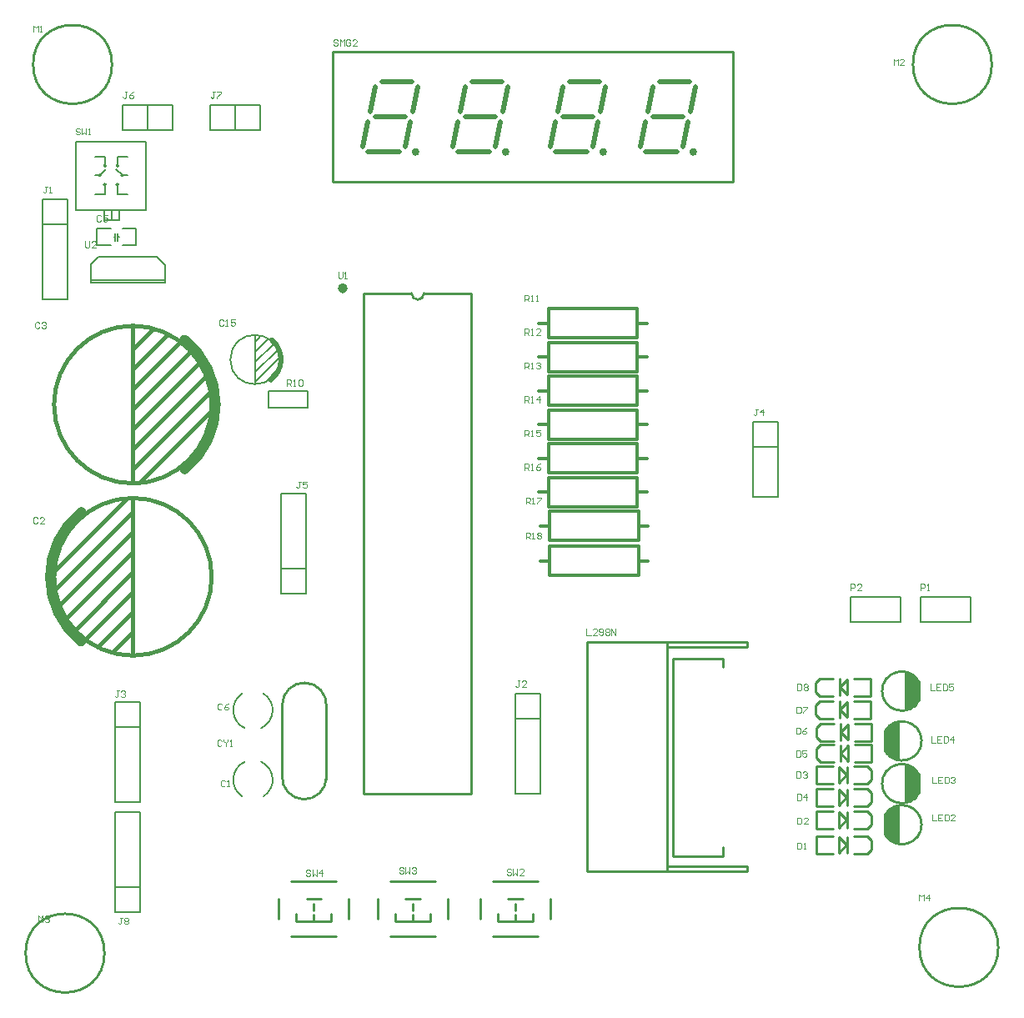
<source format=gto>
G04 Layer_Color=65535*
%FSLAX24Y24*%
%MOIN*%
G70*
G01*
G75*
%ADD14C,0.0100*%
%ADD39C,0.0079*%
%ADD40C,0.0197*%
%ADD41C,0.0150*%
%ADD42C,0.0394*%
%ADD43C,0.0200*%
%ADD44C,0.0059*%
%ADD45C,0.0120*%
%ADD46C,0.0080*%
%ADD47C,0.0060*%
%ADD48C,0.0040*%
D14*
X51195Y13500D02*
G03*
X51195Y13500I-1575J0D01*
G01*
X15510Y44000D02*
G03*
X15510Y44000I-30J0D01*
G01*
Y44750D02*
G03*
X15510Y44750I-30J0D01*
G01*
X15310Y44370D02*
G03*
X15310Y44370I-30J0D01*
G01*
X16210D02*
G03*
X16210Y44370I-30J0D01*
G01*
X16010Y44750D02*
G03*
X16010Y44750I-30J0D01*
G01*
Y44000D02*
G03*
X16010Y44000I-30J0D01*
G01*
X22570Y20361D02*
G03*
X24337Y20304I882J-57D01*
G01*
X24337Y23139D02*
G03*
X22570Y23196I-882J57D01*
G01*
X15465Y13270D02*
G03*
X15465Y13270I-1575J0D01*
G01*
X15765Y48800D02*
G03*
X15765Y48800I-1575J0D01*
G01*
X27740Y39650D02*
G03*
X28240Y39650I250J0D01*
G01*
X46677Y17996D02*
G03*
X46663Y18789I669J408D01*
G01*
X48003Y20454D02*
G03*
X48017Y19661I-669J-408D01*
G01*
X46677Y21346D02*
G03*
X46663Y22139I669J408D01*
G01*
X48003Y24154D02*
G03*
X48017Y23361I-669J-408D01*
G01*
X50935Y48800D02*
G03*
X50935Y48800I-1575J0D01*
G01*
X38200Y17150D02*
Y25050D01*
Y17150D02*
X39150D01*
X38200Y25050D02*
X39150D01*
X37950Y16750D02*
X41150D01*
Y16550D02*
Y16750D01*
X37950Y16550D02*
X41150D01*
X37950Y25500D02*
X41150D01*
Y25700D01*
X41050D02*
X41150D01*
X37950D02*
X41050D01*
X34750Y16550D02*
Y25700D01*
Y16550D02*
X37950D01*
Y17400D02*
Y25700D01*
X34750D02*
X37950D01*
Y17000D02*
Y17400D01*
Y16550D02*
Y17000D01*
X39150Y25050D02*
X40200D01*
Y24700D02*
Y25050D01*
X39150Y17150D02*
X40200D01*
Y17500D01*
X24600Y44100D02*
Y49300D01*
Y44100D02*
X40600D01*
Y49300D01*
X24600D02*
X40600D01*
X22570Y20283D02*
Y23196D01*
X24337Y20225D02*
Y23139D01*
X30490Y14650D02*
Y15450D01*
X33290Y14650D02*
Y15450D01*
X30990Y16150D02*
X32790D01*
X30990Y13950D02*
X32790D01*
X31190Y14550D02*
Y14840D01*
Y14550D02*
X32590D01*
Y14840D01*
X31600Y15450D02*
X32190D01*
X31890Y14990D02*
Y15250D01*
Y14550D02*
Y14810D01*
X26380Y14650D02*
Y15450D01*
X29180Y14650D02*
Y15450D01*
X26880Y16150D02*
X28680D01*
X26880Y13950D02*
X28680D01*
X27080Y14550D02*
Y14840D01*
Y14550D02*
X28480D01*
Y14840D01*
X27490Y15450D02*
X28080D01*
X27780Y14990D02*
Y15250D01*
Y14550D02*
Y14810D01*
X22431Y14650D02*
Y15450D01*
X25231Y14650D02*
Y15450D01*
X22931Y16150D02*
X24731D01*
X22931Y13950D02*
X24731D01*
X23131Y14550D02*
Y14840D01*
Y14550D02*
X24531D01*
Y14840D01*
X23541Y15450D02*
X24131D01*
X23831Y14990D02*
Y15250D01*
Y14550D02*
Y14810D01*
X25840Y19650D02*
Y39650D01*
Y19650D02*
X30140D01*
Y39650D01*
X28240D02*
X30140D01*
X25840D02*
X27740D01*
X43880Y23720D02*
Y24080D01*
Y23720D02*
X44050Y23550D01*
X44575D01*
X44050Y24250D02*
X44575D01*
X43880Y24080D02*
X44050Y24250D01*
X44844Y23583D02*
Y24231D01*
X46075Y23550D02*
Y24250D01*
X45425D02*
X46075D01*
X45425Y23550D02*
X46075D01*
X44844Y23915D02*
X45164Y23595D01*
Y24212D01*
X44860Y23908D02*
X45164Y24212D01*
X43880Y22820D02*
Y23180D01*
Y22820D02*
X44050Y22650D01*
X44575D01*
X44050Y23350D02*
X44575D01*
X43880Y23180D02*
X44050Y23350D01*
X44844Y22683D02*
Y23331D01*
X46075Y22650D02*
Y23350D01*
X45425D02*
X46075D01*
X45425Y22650D02*
X46075D01*
X44844Y23015D02*
X45164Y22695D01*
Y23312D01*
X44860Y23008D02*
X45164Y23312D01*
X43920Y21920D02*
Y22280D01*
Y21920D02*
X44090Y21750D01*
X44615D01*
X44090Y22450D02*
X44615D01*
X43920Y22280D02*
X44090Y22450D01*
X44884Y21783D02*
Y22431D01*
X46115Y21750D02*
Y22450D01*
X45465D02*
X46115D01*
X45465Y21750D02*
X46115D01*
X44884Y22115D02*
X45204Y21795D01*
Y22412D01*
X44900Y22108D02*
X45204Y22412D01*
X43920Y21070D02*
Y21430D01*
Y21070D02*
X44090Y20900D01*
X44615D01*
X44090Y21600D02*
X44615D01*
X43920Y21430D02*
X44090Y21600D01*
X44884Y20933D02*
Y21581D01*
X46115Y20900D02*
Y21600D01*
X45465D02*
X46115D01*
X45465Y20900D02*
X46115D01*
X44884Y21265D02*
X45204Y20945D01*
Y21562D01*
X44900Y21258D02*
X45204Y21562D01*
X46120Y20220D02*
Y20580D01*
X45950Y20750D02*
X46120Y20580D01*
X45425Y20750D02*
X45950D01*
X45425Y20050D02*
X45950D01*
X46120Y20220D01*
X45156Y20069D02*
Y20717D01*
X43925Y20050D02*
Y20750D01*
Y20050D02*
X44575D01*
X43925Y20750D02*
X44575D01*
X44836Y20705D02*
X45156Y20385D01*
X44836Y20088D02*
Y20705D01*
Y20088D02*
X45140Y20392D01*
X46120Y19320D02*
Y19680D01*
X45950Y19850D02*
X46120Y19680D01*
X45425Y19850D02*
X45950D01*
X45425Y19150D02*
X45950D01*
X46120Y19320D01*
X45156Y19169D02*
Y19817D01*
X43925Y19150D02*
Y19850D01*
Y19150D02*
X44575D01*
X43925Y19850D02*
X44575D01*
X44836Y19805D02*
X45156Y19485D01*
X44836Y19188D02*
Y19805D01*
Y19188D02*
X45140Y19492D01*
X46120Y17420D02*
Y17780D01*
X45950Y17950D02*
X46120Y17780D01*
X45425Y17950D02*
X45950D01*
X45425Y17250D02*
X45950D01*
X46120Y17420D01*
X45156Y17269D02*
Y17917D01*
X43925Y17250D02*
Y17950D01*
Y17250D02*
X44575D01*
X43925Y17950D02*
X44575D01*
X44836Y17905D02*
X45156Y17585D01*
X44836Y17288D02*
Y17905D01*
Y17288D02*
X45140Y17592D01*
X46120Y18420D02*
Y18780D01*
X45950Y18950D02*
X46120Y18780D01*
X45425Y18950D02*
X45950D01*
X45425Y18250D02*
X45950D01*
X46120Y18420D01*
X45156Y18269D02*
Y18917D01*
X43925Y18250D02*
Y18950D01*
Y18250D02*
X44575D01*
X43925Y18950D02*
X44575D01*
X44836Y18905D02*
X45156Y18585D01*
X44836Y18288D02*
Y18905D01*
Y18288D02*
X45140Y18592D01*
X46990Y17750D02*
Y19100D01*
X47090Y17700D02*
Y19100D01*
X47190Y17650D02*
Y19150D01*
X46670Y18000D02*
Y18780D01*
X46990Y17750D02*
Y19100D01*
X46940Y17800D02*
X46990Y17750D01*
X46940Y17800D02*
Y19050D01*
X46840Y17850D02*
Y19000D01*
X46740Y17900D02*
Y18900D01*
X46840Y19000D01*
X46890Y17800D02*
X46940D01*
X46840Y17850D02*
X46890Y17800D01*
X47690Y19350D02*
Y20700D01*
X47590Y19350D02*
Y20750D01*
X47490Y19300D02*
Y20800D01*
X48010Y19670D02*
Y20450D01*
X47690Y19350D02*
Y20700D01*
X47740Y20650D01*
Y19400D02*
Y20650D01*
X47840Y19450D02*
Y20600D01*
X47940Y19550D02*
Y20550D01*
X47840Y19450D02*
X47940Y19550D01*
X47740Y20650D02*
X47790D01*
X47840Y20600D01*
X46990Y21100D02*
Y22450D01*
X47090Y21050D02*
Y22450D01*
X47190Y21000D02*
Y22500D01*
X46670Y21350D02*
Y22130D01*
X46990Y21100D02*
Y22450D01*
X46940Y21150D02*
X46990Y21100D01*
X46940Y21150D02*
Y22400D01*
X46840Y21200D02*
Y22350D01*
X46740Y21250D02*
Y22250D01*
X46840Y22350D01*
X46890Y21150D02*
X46940D01*
X46840Y21200D02*
X46890Y21150D01*
X47690Y23050D02*
Y24400D01*
X47590Y23050D02*
Y24450D01*
X47490Y23000D02*
Y24500D01*
X48010Y23370D02*
Y24150D01*
X47690Y23050D02*
Y24400D01*
X47740Y24350D01*
Y23100D02*
Y24350D01*
X47840Y23150D02*
Y24300D01*
X47940Y23250D02*
Y24250D01*
X47840Y23150D02*
X47940Y23250D01*
X47740Y24350D02*
X47790D01*
X47840Y24300D01*
D39*
X21073Y20916D02*
G03*
X20977Y19536I327J-716D01*
G01*
X21823D02*
G03*
X21727Y20916I-423J664D01*
G01*
Y22268D02*
G03*
X21823Y23648I-327J716D01*
G01*
X20977D02*
G03*
X21073Y22268I423J-664D01*
G01*
X22465Y37000D02*
G03*
X22465Y37000I-984J0D01*
G01*
X21500Y36020D02*
Y37950D01*
Y37700D02*
X21700Y37900D01*
X21500Y37300D02*
X22000Y37800D01*
X21500Y36900D02*
X22225Y37625D01*
X21500Y36500D02*
X22375Y37375D01*
X21500Y36100D02*
X22460Y37060D01*
X21925Y36125D02*
X22340Y36540D01*
X48100Y26500D02*
Y27500D01*
X50100D01*
Y26500D02*
Y27500D01*
X48100Y26500D02*
X50100D01*
X45300D02*
Y27500D01*
X47300D01*
Y26500D02*
Y27500D01*
X45300Y26500D02*
X47300D01*
X14930Y40190D02*
X17870D01*
X15217Y41099D02*
X17567D01*
X14917Y40799D02*
X15217Y41099D01*
X14917Y40090D02*
Y40799D01*
Y40090D02*
X17877D01*
Y40789D01*
X17567Y41099D02*
X17877Y40789D01*
D40*
X22111Y36179D02*
G03*
X22150Y37791I-611J821D01*
G01*
D41*
X31571Y45300D02*
G03*
X31571Y45300I-71J0D01*
G01*
X27971D02*
G03*
X27971Y45300I-71J0D01*
G01*
X39071D02*
G03*
X39071Y45300I-71J0D01*
G01*
X35471D02*
G03*
X35471Y45300I-71J0D01*
G01*
X19750Y35200D02*
G03*
X19750Y35200I-3150J0D01*
G01*
X19754Y28315D02*
G03*
X19754Y28315I-3150J0D01*
G01*
X16600Y32065D02*
Y38335D01*
Y37415D02*
X17400Y38215D01*
X16600Y36615D02*
X18000Y38015D01*
X16600Y35815D02*
X18500Y37715D01*
X16600Y35015D02*
X18925Y37340D01*
X16600Y34215D02*
X19200Y36815D01*
X16600Y33415D02*
X19500Y36315D01*
X16600Y32615D02*
X19700Y35715D01*
X16860Y32075D02*
X19725Y34940D01*
X16604Y25180D02*
Y31450D01*
X15804Y25300D02*
X16604Y26100D01*
X15204Y25500D02*
X16604Y26900D01*
X14704Y25800D02*
X16604Y27700D01*
X14279Y26175D02*
X16604Y28500D01*
X14004Y26700D02*
X16604Y29300D01*
X13704Y27200D02*
X16604Y30100D01*
X13504Y27800D02*
X16604Y30900D01*
X13479Y28575D02*
X16344Y31440D01*
D42*
X18670Y32612D02*
G03*
X18670Y37788I-2070J2588D01*
G01*
X14533Y30903D02*
G03*
X14533Y25727I2070J-2588D01*
G01*
D43*
X25090Y39850D02*
G03*
X25090Y39850I-100J0D01*
G01*
X29900Y46700D02*
X31100D01*
X30150Y48100D02*
X31350D01*
X29600Y45300D02*
X30850D01*
X29700Y46900D02*
X29900Y47900D01*
X29400Y45500D02*
X29600Y46500D01*
X31100Y45500D02*
X31300Y46500D01*
X31400Y46900D02*
X31600Y47900D01*
X27800Y46900D02*
X28000Y47900D01*
X27500Y45500D02*
X27700Y46500D01*
X25800Y45500D02*
X26000Y46500D01*
X26100Y46900D02*
X26300Y47900D01*
X26000Y45300D02*
X27250D01*
X26550Y48100D02*
X27750D01*
X26300Y46700D02*
X27500D01*
X29900D02*
X31100D01*
X37400D02*
X38600D01*
X37650Y48100D02*
X38850D01*
X37100Y45300D02*
X38350D01*
X37200Y46900D02*
X37400Y47900D01*
X36900Y45500D02*
X37100Y46500D01*
X38600Y45500D02*
X38800Y46500D01*
X38900Y46900D02*
X39100Y47900D01*
X35300Y46900D02*
X35500Y47900D01*
X35000Y45500D02*
X35200Y46500D01*
X33300Y45500D02*
X33500Y46500D01*
X33600Y46900D02*
X33800Y47900D01*
X33500Y45300D02*
X34750D01*
X34050Y48100D02*
X35250D01*
X33800Y46700D02*
X35000D01*
X37400D02*
X38600D01*
D44*
X13000Y42400D02*
X14000D01*
X13000Y43400D02*
X14000D01*
Y39400D02*
Y43400D01*
X13000Y39400D02*
X14000D01*
X13000D02*
Y43400D01*
X31890Y22640D02*
X32890D01*
X31890Y23640D02*
X32890D01*
Y19640D02*
Y23640D01*
X31890Y19640D02*
X32890D01*
X31890D02*
Y23640D01*
X41400Y31500D02*
Y34500D01*
Y31500D02*
X42400D01*
Y34500D01*
X41400D02*
X42400D01*
X41400Y33500D02*
X42400D01*
X16190Y47180D02*
X18190D01*
X16190Y46180D02*
Y47180D01*
Y46180D02*
X18190D01*
Y47180D01*
X17190Y46180D02*
Y47180D01*
X19700D02*
X21700D01*
X19700Y46180D02*
Y47180D01*
Y46180D02*
X21700D01*
Y47180D01*
X20700Y46180D02*
Y47180D01*
X22540Y28650D02*
X23540D01*
X22540Y27650D02*
X23540D01*
X22540D02*
Y31650D01*
X23540D01*
Y27650D02*
Y31650D01*
X15900Y15900D02*
X16900D01*
X15900Y14900D02*
X16900D01*
X15900D02*
Y18900D01*
X16900D01*
Y14900D02*
Y18900D01*
X15900Y22300D02*
X16900D01*
X15900Y23300D02*
X16900D01*
Y19300D02*
Y23300D01*
X15900Y19300D02*
X16900D01*
X15900D02*
Y23300D01*
D45*
X33218Y37859D02*
X36762D01*
Y39041D01*
X33218D02*
X36762D01*
X33218Y37859D02*
Y39041D01*
X36762Y38450D02*
X37155D01*
X32825D02*
X33218D01*
Y36509D02*
X36762D01*
Y37691D01*
X33218D02*
X36762D01*
X33218Y36509D02*
Y37691D01*
X36762Y37100D02*
X37155D01*
X32825D02*
X33218D01*
Y35159D02*
X36762D01*
Y36341D01*
X33218D02*
X36762D01*
X33218Y35159D02*
Y36341D01*
X36762Y35750D02*
X37155D01*
X32825D02*
X33218D01*
Y33809D02*
X36762D01*
Y34991D01*
X33218D02*
X36762D01*
X33218Y33809D02*
Y34991D01*
X36762Y34400D02*
X37155D01*
X32825D02*
X33218D01*
Y32459D02*
X36762D01*
Y33641D01*
X33218D02*
X36762D01*
X33218Y32459D02*
Y33641D01*
X36762Y33050D02*
X37155D01*
X32825D02*
X33218D01*
Y31109D02*
X36762D01*
Y32291D01*
X33218D02*
X36762D01*
X33218Y31109D02*
Y32291D01*
X36762Y31700D02*
X37155D01*
X32825D02*
X33218D01*
X33268Y29759D02*
X36812D01*
Y30941D01*
X33268D02*
X36812D01*
X33268Y29759D02*
Y30941D01*
X36812Y30350D02*
X37205D01*
X32875D02*
X33268D01*
Y28359D02*
X36812D01*
Y29541D01*
X33268D02*
X36812D01*
X33268Y28359D02*
Y29541D01*
X36812Y28950D02*
X37205D01*
X32875D02*
X33268D01*
D46*
X15450Y42567D02*
Y42967D01*
X15750Y42567D02*
Y42987D01*
X16050Y42567D02*
Y42967D01*
X15450Y42567D02*
X16050D01*
X14320Y42987D02*
X16730D01*
X14320D02*
Y45717D01*
X17130D01*
Y42987D02*
Y45717D01*
X16730Y42987D02*
X17130D01*
X15080Y43620D02*
X15480D01*
X15080Y45120D02*
X15480D01*
Y44720D02*
Y45120D01*
Y43620D02*
Y43970D01*
X15080Y44370D02*
X15280D01*
X15530Y44620D01*
X15930D02*
X16180Y44370D01*
X16380D01*
X15980Y43620D02*
Y43970D01*
Y44720D02*
Y45120D01*
X16380D01*
X15980Y43620D02*
X16380D01*
X15160Y41560D02*
Y42240D01*
X15710D01*
X15160Y41560D02*
X15710D01*
X16190Y42240D02*
X16740D01*
X16190Y41560D02*
X16740D01*
Y42240D01*
X22010Y35060D02*
Y35740D01*
X22560D01*
X22010Y35060D02*
X22560D01*
X22490Y35740D02*
X23590D01*
X22560Y35060D02*
X23590D01*
Y35740D01*
D47*
X15850Y41900D02*
X15900D01*
X16000D02*
X16050D01*
X16000Y41750D02*
Y42050D01*
X15900Y41750D02*
Y42050D01*
D48*
X22760Y35950D02*
Y36200D01*
X22885D01*
X22927Y36158D01*
Y36075D01*
X22885Y36033D01*
X22760D01*
X22843D02*
X22927Y35950D01*
X23010D02*
X23093D01*
X23052D01*
Y36200D01*
X23010Y36158D01*
X23218D02*
X23260Y36200D01*
X23343D01*
X23385Y36158D01*
Y35992D01*
X23343Y35950D01*
X23260D01*
X23218Y35992D01*
Y36158D01*
X20287Y20148D02*
X20245Y20190D01*
X20162D01*
X20120Y20148D01*
Y19982D01*
X20162Y19940D01*
X20245D01*
X20287Y19982D01*
X20370Y19940D02*
X20453D01*
X20412D01*
Y20190D01*
X20370Y20148D01*
X12797Y30658D02*
X12755Y30700D01*
X12672D01*
X12630Y30658D01*
Y30492D01*
X12672Y30450D01*
X12755D01*
X12797Y30492D01*
X13047Y30450D02*
X12880D01*
X13047Y30617D01*
Y30658D01*
X13005Y30700D01*
X12922D01*
X12880Y30658D01*
X12867Y38458D02*
X12825Y38500D01*
X12742D01*
X12700Y38458D01*
Y38292D01*
X12742Y38250D01*
X12825D01*
X12867Y38292D01*
X12950Y38458D02*
X12992Y38500D01*
X13075D01*
X13117Y38458D01*
Y38417D01*
X13075Y38375D01*
X13033D01*
X13075D01*
X13117Y38333D01*
Y38292D01*
X13075Y38250D01*
X12992D01*
X12950Y38292D01*
X15327Y42728D02*
X15285Y42770D01*
X15202D01*
X15160Y42728D01*
Y42562D01*
X15202Y42520D01*
X15285D01*
X15327Y42562D01*
X15577Y42770D02*
X15410D01*
Y42645D01*
X15493Y42687D01*
X15535D01*
X15577Y42645D01*
Y42562D01*
X15535Y42520D01*
X15452D01*
X15410Y42562D01*
X20167Y23208D02*
X20125Y23250D01*
X20042D01*
X20000Y23208D01*
Y23042D01*
X20042Y23000D01*
X20125D01*
X20167Y23042D01*
X20417Y23250D02*
X20333Y23208D01*
X20250Y23125D01*
Y23042D01*
X20292Y23000D01*
X20375D01*
X20417Y23042D01*
Y23083D01*
X20375Y23125D01*
X20250D01*
X20217Y38558D02*
X20175Y38600D01*
X20092D01*
X20050Y38558D01*
Y38392D01*
X20092Y38350D01*
X20175D01*
X20217Y38392D01*
X20300Y38350D02*
X20383D01*
X20342D01*
Y38600D01*
X20300Y38558D01*
X20675Y38600D02*
X20508D01*
Y38475D01*
X20591Y38517D01*
X20633D01*
X20675Y38475D01*
Y38392D01*
X20633Y38350D01*
X20550D01*
X20508Y38392D01*
X20147Y21758D02*
X20105Y21800D01*
X20022D01*
X19980Y21758D01*
Y21592D01*
X20022Y21550D01*
X20105D01*
X20147Y21592D01*
X20230Y21800D02*
Y21758D01*
X20313Y21675D01*
X20397Y21758D01*
Y21800D01*
X20313Y21675D02*
Y21550D01*
X20480D02*
X20563D01*
X20521D01*
Y21800D01*
X20480Y21758D01*
X43170Y17690D02*
Y17440D01*
X43295D01*
X43337Y17482D01*
Y17648D01*
X43295Y17690D01*
X43170D01*
X43420Y17440D02*
X43503D01*
X43462D01*
Y17690D01*
X43420Y17648D01*
X43170Y18690D02*
Y18440D01*
X43295D01*
X43337Y18482D01*
Y18648D01*
X43295Y18690D01*
X43170D01*
X43587Y18440D02*
X43420D01*
X43587Y18607D01*
Y18648D01*
X43545Y18690D01*
X43462D01*
X43420Y18648D01*
X43130Y20530D02*
Y20280D01*
X43255D01*
X43297Y20322D01*
Y20488D01*
X43255Y20530D01*
X43130D01*
X43380Y20488D02*
X43422Y20530D01*
X43505D01*
X43547Y20488D01*
Y20447D01*
X43505Y20405D01*
X43463D01*
X43505D01*
X43547Y20363D01*
Y20322D01*
X43505Y20280D01*
X43422D01*
X43380Y20322D01*
X43150Y19630D02*
Y19380D01*
X43275D01*
X43317Y19422D01*
Y19588D01*
X43275Y19630D01*
X43150D01*
X43525Y19380D02*
Y19630D01*
X43400Y19505D01*
X43567D01*
X43120Y21370D02*
Y21120D01*
X43245D01*
X43287Y21162D01*
Y21328D01*
X43245Y21370D01*
X43120D01*
X43537D02*
X43370D01*
Y21245D01*
X43453Y21287D01*
X43495D01*
X43537Y21245D01*
Y21162D01*
X43495Y21120D01*
X43412D01*
X43370Y21162D01*
X43110Y22280D02*
Y22030D01*
X43235D01*
X43277Y22072D01*
Y22238D01*
X43235Y22280D01*
X43110D01*
X43527D02*
X43443Y22238D01*
X43360Y22155D01*
Y22072D01*
X43402Y22030D01*
X43485D01*
X43527Y22072D01*
Y22113D01*
X43485Y22155D01*
X43360D01*
X43140Y23110D02*
Y22860D01*
X43265D01*
X43307Y22902D01*
Y23068D01*
X43265Y23110D01*
X43140D01*
X43390D02*
X43557D01*
Y23068D01*
X43390Y22902D01*
Y22860D01*
X43160Y24030D02*
Y23780D01*
X43285D01*
X43327Y23822D01*
Y23988D01*
X43285Y24030D01*
X43160D01*
X43410Y23988D02*
X43452Y24030D01*
X43535D01*
X43577Y23988D01*
Y23947D01*
X43535Y23905D01*
X43577Y23863D01*
Y23822D01*
X43535Y23780D01*
X43452D01*
X43410Y23822D01*
Y23863D01*
X43452Y23905D01*
X43410Y23947D01*
Y23988D01*
X43452Y23905D02*
X43535D01*
X13177Y43920D02*
X13093D01*
X13135D01*
Y43712D01*
X13093Y43670D01*
X13052D01*
X13010Y43712D01*
X13260Y43670D02*
X13343D01*
X13302D01*
Y43920D01*
X13260Y43878D01*
X32067Y24160D02*
X31983D01*
X32025D01*
Y23952D01*
X31983Y23910D01*
X31942D01*
X31900Y23952D01*
X32317Y23910D02*
X32150D01*
X32317Y24077D01*
Y24118D01*
X32275Y24160D01*
X32192D01*
X32150Y24118D01*
X16047Y23760D02*
X15963D01*
X16005D01*
Y23552D01*
X15963Y23510D01*
X15922D01*
X15880Y23552D01*
X16130Y23718D02*
X16172Y23760D01*
X16255D01*
X16297Y23718D01*
Y23677D01*
X16255Y23635D01*
X16213D01*
X16255D01*
X16297Y23593D01*
Y23552D01*
X16255Y23510D01*
X16172D01*
X16130Y23552D01*
X41577Y35020D02*
X41493D01*
X41535D01*
Y34812D01*
X41493Y34770D01*
X41452D01*
X41410Y34812D01*
X41785Y34770D02*
Y35020D01*
X41660Y34895D01*
X41827D01*
X23307Y32120D02*
X23223D01*
X23265D01*
Y31912D01*
X23223Y31870D01*
X23182D01*
X23140Y31912D01*
X23557Y32120D02*
X23390D01*
Y31995D01*
X23473Y32037D01*
X23515D01*
X23557Y31995D01*
Y31912D01*
X23515Y31870D01*
X23432D01*
X23390Y31912D01*
X16367Y47700D02*
X16283D01*
X16325D01*
Y47492D01*
X16283Y47450D01*
X16242D01*
X16200Y47492D01*
X16617Y47700D02*
X16533Y47658D01*
X16450Y47575D01*
Y47492D01*
X16492Y47450D01*
X16575D01*
X16617Y47492D01*
Y47533D01*
X16575Y47575D01*
X16450D01*
X19877Y47700D02*
X19793D01*
X19835D01*
Y47492D01*
X19793Y47450D01*
X19752D01*
X19710Y47492D01*
X19960Y47700D02*
X20127D01*
Y47658D01*
X19960Y47492D01*
Y47450D01*
X16177Y14680D02*
X16093D01*
X16135D01*
Y14472D01*
X16093Y14430D01*
X16052D01*
X16010Y14472D01*
X16260Y14638D02*
X16302Y14680D01*
X16385D01*
X16427Y14638D01*
Y14597D01*
X16385Y14555D01*
X16427Y14513D01*
Y14472D01*
X16385Y14430D01*
X16302D01*
X16260Y14472D01*
Y14513D01*
X16302Y14555D01*
X16260Y14597D01*
Y14638D01*
X16302Y14555D02*
X16385D01*
X34740Y26240D02*
Y25990D01*
X34907D01*
X35157D02*
X34990D01*
X35157Y26157D01*
Y26198D01*
X35115Y26240D01*
X35032D01*
X34990Y26198D01*
X35240Y26032D02*
X35281Y25990D01*
X35365D01*
X35406Y26032D01*
Y26198D01*
X35365Y26240D01*
X35281D01*
X35240Y26198D01*
Y26157D01*
X35281Y26115D01*
X35406D01*
X35490Y26198D02*
X35531Y26240D01*
X35615D01*
X35656Y26198D01*
Y26157D01*
X35615Y26115D01*
X35656Y26073D01*
Y26032D01*
X35615Y25990D01*
X35531D01*
X35490Y26032D01*
Y26073D01*
X35531Y26115D01*
X35490Y26157D01*
Y26198D01*
X35531Y26115D02*
X35615D01*
X35740Y25990D02*
Y26240D01*
X35906Y25990D01*
Y26240D01*
X48550Y18810D02*
Y18560D01*
X48717D01*
X48967Y18810D02*
X48800D01*
Y18560D01*
X48967D01*
X48800Y18685D02*
X48883D01*
X49050Y18810D02*
Y18560D01*
X49175D01*
X49216Y18602D01*
Y18768D01*
X49175Y18810D01*
X49050D01*
X49466Y18560D02*
X49300D01*
X49466Y18727D01*
Y18768D01*
X49425Y18810D01*
X49341D01*
X49300Y18768D01*
X48550Y20310D02*
Y20060D01*
X48717D01*
X48967Y20310D02*
X48800D01*
Y20060D01*
X48967D01*
X48800Y20185D02*
X48883D01*
X49050Y20310D02*
Y20060D01*
X49175D01*
X49216Y20102D01*
Y20268D01*
X49175Y20310D01*
X49050D01*
X49300Y20268D02*
X49341Y20310D01*
X49425D01*
X49466Y20268D01*
Y20227D01*
X49425Y20185D01*
X49383D01*
X49425D01*
X49466Y20143D01*
Y20102D01*
X49425Y20060D01*
X49341D01*
X49300Y20102D01*
X48510Y21940D02*
Y21690D01*
X48677D01*
X48927Y21940D02*
X48760D01*
Y21690D01*
X48927D01*
X48760Y21815D02*
X48843D01*
X49010Y21940D02*
Y21690D01*
X49135D01*
X49176Y21732D01*
Y21898D01*
X49135Y21940D01*
X49010D01*
X49385Y21690D02*
Y21940D01*
X49260Y21815D01*
X49426D01*
X48480Y24030D02*
Y23780D01*
X48647D01*
X48897Y24030D02*
X48730D01*
Y23780D01*
X48897D01*
X48730Y23905D02*
X48813D01*
X48980Y24030D02*
Y23780D01*
X49105D01*
X49146Y23822D01*
Y23988D01*
X49105Y24030D01*
X48980D01*
X49396D02*
X49230D01*
Y23905D01*
X49313Y23947D01*
X49355D01*
X49396Y23905D01*
Y23822D01*
X49355Y23780D01*
X49271D01*
X49230Y23822D01*
X12640Y50100D02*
Y50350D01*
X12723Y50267D01*
X12807Y50350D01*
Y50100D01*
X12890D02*
X12973D01*
X12932D01*
Y50350D01*
X12890Y50308D01*
X47010Y48770D02*
Y49020D01*
X47093Y48937D01*
X47177Y49020D01*
Y48770D01*
X47427D02*
X47260D01*
X47427Y48937D01*
Y48978D01*
X47385Y49020D01*
X47302D01*
X47260Y48978D01*
X12830Y14510D02*
Y14760D01*
X12913Y14677D01*
X12997Y14760D01*
Y14510D01*
X13080Y14718D02*
X13122Y14760D01*
X13205D01*
X13247Y14718D01*
Y14677D01*
X13205Y14635D01*
X13163D01*
X13205D01*
X13247Y14593D01*
Y14552D01*
X13205Y14510D01*
X13122D01*
X13080Y14552D01*
X48040Y15360D02*
Y15610D01*
X48123Y15527D01*
X48207Y15610D01*
Y15360D01*
X48415D02*
Y15610D01*
X48290Y15485D01*
X48457D01*
X48100Y27780D02*
Y28030D01*
X48225D01*
X48267Y27988D01*
Y27905D01*
X48225Y27863D01*
X48100D01*
X48350Y27780D02*
X48433D01*
X48392D01*
Y28030D01*
X48350Y27988D01*
X45300Y27780D02*
Y28030D01*
X45425D01*
X45467Y27988D01*
Y27905D01*
X45425Y27863D01*
X45300D01*
X45717Y27780D02*
X45550D01*
X45717Y27947D01*
Y27988D01*
X45675Y28030D01*
X45592D01*
X45550Y27988D01*
X32260Y39340D02*
Y39590D01*
X32385D01*
X32427Y39548D01*
Y39465D01*
X32385Y39423D01*
X32260D01*
X32343D02*
X32427Y39340D01*
X32510D02*
X32593D01*
X32552D01*
Y39590D01*
X32510Y39548D01*
X32718Y39340D02*
X32801D01*
X32760D01*
Y39590D01*
X32718Y39548D01*
X32260Y37990D02*
Y38240D01*
X32385D01*
X32427Y38198D01*
Y38115D01*
X32385Y38073D01*
X32260D01*
X32343D02*
X32427Y37990D01*
X32510D02*
X32593D01*
X32552D01*
Y38240D01*
X32510Y38198D01*
X32885Y37990D02*
X32718D01*
X32885Y38157D01*
Y38198D01*
X32843Y38240D01*
X32760D01*
X32718Y38198D01*
X32260Y36640D02*
Y36890D01*
X32385D01*
X32427Y36848D01*
Y36765D01*
X32385Y36723D01*
X32260D01*
X32343D02*
X32427Y36640D01*
X32510D02*
X32593D01*
X32552D01*
Y36890D01*
X32510Y36848D01*
X32718D02*
X32760Y36890D01*
X32843D01*
X32885Y36848D01*
Y36807D01*
X32843Y36765D01*
X32801D01*
X32843D01*
X32885Y36723D01*
Y36682D01*
X32843Y36640D01*
X32760D01*
X32718Y36682D01*
X32260Y35290D02*
Y35540D01*
X32385D01*
X32427Y35498D01*
Y35415D01*
X32385Y35373D01*
X32260D01*
X32343D02*
X32427Y35290D01*
X32510D02*
X32593D01*
X32552D01*
Y35540D01*
X32510Y35498D01*
X32843Y35290D02*
Y35540D01*
X32718Y35415D01*
X32885D01*
X32260Y33940D02*
Y34190D01*
X32385D01*
X32427Y34148D01*
Y34065D01*
X32385Y34023D01*
X32260D01*
X32343D02*
X32427Y33940D01*
X32510D02*
X32593D01*
X32552D01*
Y34190D01*
X32510Y34148D01*
X32885Y34190D02*
X32718D01*
Y34065D01*
X32801Y34107D01*
X32843D01*
X32885Y34065D01*
Y33982D01*
X32843Y33940D01*
X32760D01*
X32718Y33982D01*
X32260Y32590D02*
Y32840D01*
X32385D01*
X32427Y32798D01*
Y32715D01*
X32385Y32673D01*
X32260D01*
X32343D02*
X32427Y32590D01*
X32510D02*
X32593D01*
X32552D01*
Y32840D01*
X32510Y32798D01*
X32885Y32840D02*
X32801Y32798D01*
X32718Y32715D01*
Y32632D01*
X32760Y32590D01*
X32843D01*
X32885Y32632D01*
Y32673D01*
X32843Y32715D01*
X32718D01*
X32310Y31240D02*
Y31490D01*
X32435D01*
X32477Y31448D01*
Y31365D01*
X32435Y31323D01*
X32310D01*
X32393D02*
X32477Y31240D01*
X32560D02*
X32643D01*
X32602D01*
Y31490D01*
X32560Y31448D01*
X32768Y31490D02*
X32935D01*
Y31448D01*
X32768Y31282D01*
Y31240D01*
X32310Y29840D02*
Y30090D01*
X32435D01*
X32477Y30048D01*
Y29965D01*
X32435Y29923D01*
X32310D01*
X32393D02*
X32477Y29840D01*
X32560D02*
X32643D01*
X32602D01*
Y30090D01*
X32560Y30048D01*
X32768D02*
X32810Y30090D01*
X32893D01*
X32935Y30048D01*
Y30007D01*
X32893Y29965D01*
X32935Y29923D01*
Y29882D01*
X32893Y29840D01*
X32810D01*
X32768Y29882D01*
Y29923D01*
X32810Y29965D01*
X32768Y30007D01*
Y30048D01*
X32810Y29965D02*
X32893D01*
X24797Y49758D02*
X24755Y49800D01*
X24672D01*
X24630Y49758D01*
Y49717D01*
X24672Y49675D01*
X24755D01*
X24797Y49633D01*
Y49592D01*
X24755Y49550D01*
X24672D01*
X24630Y49592D01*
X24880Y49550D02*
Y49800D01*
X24963Y49717D01*
X25047Y49800D01*
Y49550D01*
X25296Y49758D02*
X25255Y49800D01*
X25171D01*
X25130Y49758D01*
Y49592D01*
X25171Y49550D01*
X25255D01*
X25296Y49592D01*
Y49675D01*
X25213D01*
X25546Y49550D02*
X25380D01*
X25546Y49717D01*
Y49758D01*
X25505Y49800D01*
X25421D01*
X25380Y49758D01*
X14487Y46208D02*
X14445Y46250D01*
X14362D01*
X14320Y46208D01*
Y46167D01*
X14362Y46125D01*
X14445D01*
X14487Y46083D01*
Y46042D01*
X14445Y46000D01*
X14362D01*
X14320Y46042D01*
X14570Y46250D02*
Y46000D01*
X14653Y46083D01*
X14737Y46000D01*
Y46250D01*
X14820Y46000D02*
X14903D01*
X14861D01*
Y46250D01*
X14820Y46208D01*
X27417Y16658D02*
X27375Y16700D01*
X27292D01*
X27250Y16658D01*
Y16617D01*
X27292Y16575D01*
X27375D01*
X27417Y16533D01*
Y16492D01*
X27375Y16450D01*
X27292D01*
X27250Y16492D01*
X27500Y16700D02*
Y16450D01*
X27583Y16533D01*
X27667Y16450D01*
Y16700D01*
X27750Y16658D02*
X27791Y16700D01*
X27875D01*
X27916Y16658D01*
Y16617D01*
X27875Y16575D01*
X27833D01*
X27875D01*
X27916Y16533D01*
Y16492D01*
X27875Y16450D01*
X27791D01*
X27750Y16492D01*
X23697Y16558D02*
X23655Y16600D01*
X23572D01*
X23530Y16558D01*
Y16517D01*
X23572Y16475D01*
X23655D01*
X23697Y16433D01*
Y16392D01*
X23655Y16350D01*
X23572D01*
X23530Y16392D01*
X23780Y16600D02*
Y16350D01*
X23863Y16433D01*
X23947Y16350D01*
Y16600D01*
X24155Y16350D02*
Y16600D01*
X24030Y16475D01*
X24196D01*
X24810Y40500D02*
Y40292D01*
X24852Y40250D01*
X24935D01*
X24977Y40292D01*
Y40500D01*
X25060Y40250D02*
X25143D01*
X25102D01*
Y40500D01*
X25060Y40458D01*
X14700Y41730D02*
Y41522D01*
X14742Y41480D01*
X14825D01*
X14867Y41522D01*
Y41730D01*
X15117Y41480D02*
X14950D01*
X15117Y41647D01*
Y41688D01*
X15075Y41730D01*
X14992D01*
X14950Y41688D01*
X31717Y16598D02*
X31675Y16640D01*
X31592D01*
X31550Y16598D01*
Y16557D01*
X31592Y16515D01*
X31675D01*
X31717Y16473D01*
Y16432D01*
X31675Y16390D01*
X31592D01*
X31550Y16432D01*
X31800Y16640D02*
Y16390D01*
X31883Y16473D01*
X31967Y16390D01*
Y16640D01*
X32216Y16390D02*
X32050D01*
X32216Y16557D01*
Y16598D01*
X32175Y16640D01*
X32091D01*
X32050Y16598D01*
M02*

</source>
